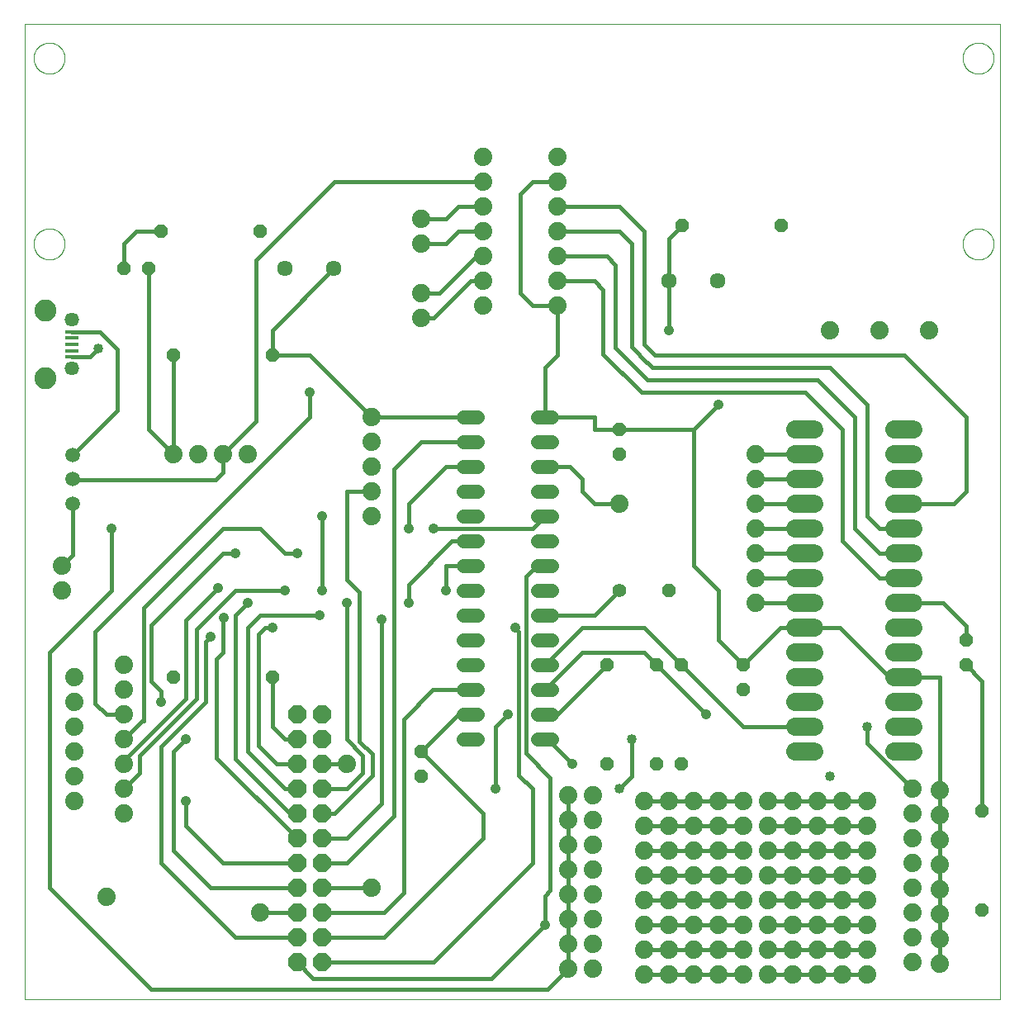
<source format=gtl>
G04 EAGLE Gerber RS-274X export*
G75*
%MOMM*%
%FSLAX34Y34*%
%LPD*%
%INTop Copper*%
%IPPOS*%
%AMOC8*
5,1,8,0,0,1.08239X$1,22.5*%
G01*
%ADD10C,0.000000*%
%ADD11C,1.879600*%
%ADD12P,1.539592X8X292.500000*%
%ADD13C,1.422400*%
%ADD14P,1.539592X8X22.500000*%
%ADD15P,1.539592X8X202.500000*%
%ADD16P,1.539592X8X112.500000*%
%ADD17P,2.034460X8X292.500000*%
%ADD18C,1.509600*%
%ADD19C,1.609600*%
%ADD20C,1.879600*%
%ADD21C,1.422400*%
%ADD22R,1.350000X0.400000*%
%ADD23C,1.459600*%
%ADD24C,2.250000*%
%ADD25C,1.016000*%
%ADD26C,0.406400*%
%ADD27C,1.058000*%


D10*
X0Y0D02*
X1000000Y0D01*
X1000000Y1000000D01*
X0Y1000000D01*
X0Y0D01*
X9525Y965200D02*
X9530Y965590D01*
X9544Y965979D01*
X9568Y966368D01*
X9601Y966756D01*
X9644Y967143D01*
X9697Y967529D01*
X9759Y967914D01*
X9830Y968297D01*
X9911Y968678D01*
X10001Y969057D01*
X10100Y969434D01*
X10209Y969808D01*
X10326Y970180D01*
X10453Y970548D01*
X10589Y970913D01*
X10733Y971275D01*
X10887Y971633D01*
X11049Y971987D01*
X11220Y972338D01*
X11399Y972683D01*
X11587Y973025D01*
X11784Y973361D01*
X11988Y973693D01*
X12200Y974020D01*
X12421Y974341D01*
X12649Y974657D01*
X12885Y974967D01*
X13128Y975271D01*
X13379Y975569D01*
X13637Y975861D01*
X13903Y976146D01*
X14175Y976425D01*
X14454Y976697D01*
X14739Y976963D01*
X15031Y977221D01*
X15329Y977472D01*
X15633Y977715D01*
X15943Y977951D01*
X16259Y978179D01*
X16580Y978400D01*
X16907Y978612D01*
X17239Y978816D01*
X17575Y979013D01*
X17917Y979201D01*
X18262Y979380D01*
X18613Y979551D01*
X18967Y979713D01*
X19325Y979867D01*
X19687Y980011D01*
X20052Y980147D01*
X20420Y980274D01*
X20792Y980391D01*
X21166Y980500D01*
X21543Y980599D01*
X21922Y980689D01*
X22303Y980770D01*
X22686Y980841D01*
X23071Y980903D01*
X23457Y980956D01*
X23844Y980999D01*
X24232Y981032D01*
X24621Y981056D01*
X25010Y981070D01*
X25400Y981075D01*
X25790Y981070D01*
X26179Y981056D01*
X26568Y981032D01*
X26956Y980999D01*
X27343Y980956D01*
X27729Y980903D01*
X28114Y980841D01*
X28497Y980770D01*
X28878Y980689D01*
X29257Y980599D01*
X29634Y980500D01*
X30008Y980391D01*
X30380Y980274D01*
X30748Y980147D01*
X31113Y980011D01*
X31475Y979867D01*
X31833Y979713D01*
X32187Y979551D01*
X32538Y979380D01*
X32883Y979201D01*
X33225Y979013D01*
X33561Y978816D01*
X33893Y978612D01*
X34220Y978400D01*
X34541Y978179D01*
X34857Y977951D01*
X35167Y977715D01*
X35471Y977472D01*
X35769Y977221D01*
X36061Y976963D01*
X36346Y976697D01*
X36625Y976425D01*
X36897Y976146D01*
X37163Y975861D01*
X37421Y975569D01*
X37672Y975271D01*
X37915Y974967D01*
X38151Y974657D01*
X38379Y974341D01*
X38600Y974020D01*
X38812Y973693D01*
X39016Y973361D01*
X39213Y973025D01*
X39401Y972683D01*
X39580Y972338D01*
X39751Y971987D01*
X39913Y971633D01*
X40067Y971275D01*
X40211Y970913D01*
X40347Y970548D01*
X40474Y970180D01*
X40591Y969808D01*
X40700Y969434D01*
X40799Y969057D01*
X40889Y968678D01*
X40970Y968297D01*
X41041Y967914D01*
X41103Y967529D01*
X41156Y967143D01*
X41199Y966756D01*
X41232Y966368D01*
X41256Y965979D01*
X41270Y965590D01*
X41275Y965200D01*
X41270Y964810D01*
X41256Y964421D01*
X41232Y964032D01*
X41199Y963644D01*
X41156Y963257D01*
X41103Y962871D01*
X41041Y962486D01*
X40970Y962103D01*
X40889Y961722D01*
X40799Y961343D01*
X40700Y960966D01*
X40591Y960592D01*
X40474Y960220D01*
X40347Y959852D01*
X40211Y959487D01*
X40067Y959125D01*
X39913Y958767D01*
X39751Y958413D01*
X39580Y958062D01*
X39401Y957717D01*
X39213Y957375D01*
X39016Y957039D01*
X38812Y956707D01*
X38600Y956380D01*
X38379Y956059D01*
X38151Y955743D01*
X37915Y955433D01*
X37672Y955129D01*
X37421Y954831D01*
X37163Y954539D01*
X36897Y954254D01*
X36625Y953975D01*
X36346Y953703D01*
X36061Y953437D01*
X35769Y953179D01*
X35471Y952928D01*
X35167Y952685D01*
X34857Y952449D01*
X34541Y952221D01*
X34220Y952000D01*
X33893Y951788D01*
X33561Y951584D01*
X33225Y951387D01*
X32883Y951199D01*
X32538Y951020D01*
X32187Y950849D01*
X31833Y950687D01*
X31475Y950533D01*
X31113Y950389D01*
X30748Y950253D01*
X30380Y950126D01*
X30008Y950009D01*
X29634Y949900D01*
X29257Y949801D01*
X28878Y949711D01*
X28497Y949630D01*
X28114Y949559D01*
X27729Y949497D01*
X27343Y949444D01*
X26956Y949401D01*
X26568Y949368D01*
X26179Y949344D01*
X25790Y949330D01*
X25400Y949325D01*
X25010Y949330D01*
X24621Y949344D01*
X24232Y949368D01*
X23844Y949401D01*
X23457Y949444D01*
X23071Y949497D01*
X22686Y949559D01*
X22303Y949630D01*
X21922Y949711D01*
X21543Y949801D01*
X21166Y949900D01*
X20792Y950009D01*
X20420Y950126D01*
X20052Y950253D01*
X19687Y950389D01*
X19325Y950533D01*
X18967Y950687D01*
X18613Y950849D01*
X18262Y951020D01*
X17917Y951199D01*
X17575Y951387D01*
X17239Y951584D01*
X16907Y951788D01*
X16580Y952000D01*
X16259Y952221D01*
X15943Y952449D01*
X15633Y952685D01*
X15329Y952928D01*
X15031Y953179D01*
X14739Y953437D01*
X14454Y953703D01*
X14175Y953975D01*
X13903Y954254D01*
X13637Y954539D01*
X13379Y954831D01*
X13128Y955129D01*
X12885Y955433D01*
X12649Y955743D01*
X12421Y956059D01*
X12200Y956380D01*
X11988Y956707D01*
X11784Y957039D01*
X11587Y957375D01*
X11399Y957717D01*
X11220Y958062D01*
X11049Y958413D01*
X10887Y958767D01*
X10733Y959125D01*
X10589Y959487D01*
X10453Y959852D01*
X10326Y960220D01*
X10209Y960592D01*
X10100Y960966D01*
X10001Y961343D01*
X9911Y961722D01*
X9830Y962103D01*
X9759Y962486D01*
X9697Y962871D01*
X9644Y963257D01*
X9601Y963644D01*
X9568Y964032D01*
X9544Y964421D01*
X9530Y964810D01*
X9525Y965200D01*
X9525Y774700D02*
X9530Y775090D01*
X9544Y775479D01*
X9568Y775868D01*
X9601Y776256D01*
X9644Y776643D01*
X9697Y777029D01*
X9759Y777414D01*
X9830Y777797D01*
X9911Y778178D01*
X10001Y778557D01*
X10100Y778934D01*
X10209Y779308D01*
X10326Y779680D01*
X10453Y780048D01*
X10589Y780413D01*
X10733Y780775D01*
X10887Y781133D01*
X11049Y781487D01*
X11220Y781838D01*
X11399Y782183D01*
X11587Y782525D01*
X11784Y782861D01*
X11988Y783193D01*
X12200Y783520D01*
X12421Y783841D01*
X12649Y784157D01*
X12885Y784467D01*
X13128Y784771D01*
X13379Y785069D01*
X13637Y785361D01*
X13903Y785646D01*
X14175Y785925D01*
X14454Y786197D01*
X14739Y786463D01*
X15031Y786721D01*
X15329Y786972D01*
X15633Y787215D01*
X15943Y787451D01*
X16259Y787679D01*
X16580Y787900D01*
X16907Y788112D01*
X17239Y788316D01*
X17575Y788513D01*
X17917Y788701D01*
X18262Y788880D01*
X18613Y789051D01*
X18967Y789213D01*
X19325Y789367D01*
X19687Y789511D01*
X20052Y789647D01*
X20420Y789774D01*
X20792Y789891D01*
X21166Y790000D01*
X21543Y790099D01*
X21922Y790189D01*
X22303Y790270D01*
X22686Y790341D01*
X23071Y790403D01*
X23457Y790456D01*
X23844Y790499D01*
X24232Y790532D01*
X24621Y790556D01*
X25010Y790570D01*
X25400Y790575D01*
X25790Y790570D01*
X26179Y790556D01*
X26568Y790532D01*
X26956Y790499D01*
X27343Y790456D01*
X27729Y790403D01*
X28114Y790341D01*
X28497Y790270D01*
X28878Y790189D01*
X29257Y790099D01*
X29634Y790000D01*
X30008Y789891D01*
X30380Y789774D01*
X30748Y789647D01*
X31113Y789511D01*
X31475Y789367D01*
X31833Y789213D01*
X32187Y789051D01*
X32538Y788880D01*
X32883Y788701D01*
X33225Y788513D01*
X33561Y788316D01*
X33893Y788112D01*
X34220Y787900D01*
X34541Y787679D01*
X34857Y787451D01*
X35167Y787215D01*
X35471Y786972D01*
X35769Y786721D01*
X36061Y786463D01*
X36346Y786197D01*
X36625Y785925D01*
X36897Y785646D01*
X37163Y785361D01*
X37421Y785069D01*
X37672Y784771D01*
X37915Y784467D01*
X38151Y784157D01*
X38379Y783841D01*
X38600Y783520D01*
X38812Y783193D01*
X39016Y782861D01*
X39213Y782525D01*
X39401Y782183D01*
X39580Y781838D01*
X39751Y781487D01*
X39913Y781133D01*
X40067Y780775D01*
X40211Y780413D01*
X40347Y780048D01*
X40474Y779680D01*
X40591Y779308D01*
X40700Y778934D01*
X40799Y778557D01*
X40889Y778178D01*
X40970Y777797D01*
X41041Y777414D01*
X41103Y777029D01*
X41156Y776643D01*
X41199Y776256D01*
X41232Y775868D01*
X41256Y775479D01*
X41270Y775090D01*
X41275Y774700D01*
X41270Y774310D01*
X41256Y773921D01*
X41232Y773532D01*
X41199Y773144D01*
X41156Y772757D01*
X41103Y772371D01*
X41041Y771986D01*
X40970Y771603D01*
X40889Y771222D01*
X40799Y770843D01*
X40700Y770466D01*
X40591Y770092D01*
X40474Y769720D01*
X40347Y769352D01*
X40211Y768987D01*
X40067Y768625D01*
X39913Y768267D01*
X39751Y767913D01*
X39580Y767562D01*
X39401Y767217D01*
X39213Y766875D01*
X39016Y766539D01*
X38812Y766207D01*
X38600Y765880D01*
X38379Y765559D01*
X38151Y765243D01*
X37915Y764933D01*
X37672Y764629D01*
X37421Y764331D01*
X37163Y764039D01*
X36897Y763754D01*
X36625Y763475D01*
X36346Y763203D01*
X36061Y762937D01*
X35769Y762679D01*
X35471Y762428D01*
X35167Y762185D01*
X34857Y761949D01*
X34541Y761721D01*
X34220Y761500D01*
X33893Y761288D01*
X33561Y761084D01*
X33225Y760887D01*
X32883Y760699D01*
X32538Y760520D01*
X32187Y760349D01*
X31833Y760187D01*
X31475Y760033D01*
X31113Y759889D01*
X30748Y759753D01*
X30380Y759626D01*
X30008Y759509D01*
X29634Y759400D01*
X29257Y759301D01*
X28878Y759211D01*
X28497Y759130D01*
X28114Y759059D01*
X27729Y758997D01*
X27343Y758944D01*
X26956Y758901D01*
X26568Y758868D01*
X26179Y758844D01*
X25790Y758830D01*
X25400Y758825D01*
X25010Y758830D01*
X24621Y758844D01*
X24232Y758868D01*
X23844Y758901D01*
X23457Y758944D01*
X23071Y758997D01*
X22686Y759059D01*
X22303Y759130D01*
X21922Y759211D01*
X21543Y759301D01*
X21166Y759400D01*
X20792Y759509D01*
X20420Y759626D01*
X20052Y759753D01*
X19687Y759889D01*
X19325Y760033D01*
X18967Y760187D01*
X18613Y760349D01*
X18262Y760520D01*
X17917Y760699D01*
X17575Y760887D01*
X17239Y761084D01*
X16907Y761288D01*
X16580Y761500D01*
X16259Y761721D01*
X15943Y761949D01*
X15633Y762185D01*
X15329Y762428D01*
X15031Y762679D01*
X14739Y762937D01*
X14454Y763203D01*
X14175Y763475D01*
X13903Y763754D01*
X13637Y764039D01*
X13379Y764331D01*
X13128Y764629D01*
X12885Y764933D01*
X12649Y765243D01*
X12421Y765559D01*
X12200Y765880D01*
X11988Y766207D01*
X11784Y766539D01*
X11587Y766875D01*
X11399Y767217D01*
X11220Y767562D01*
X11049Y767913D01*
X10887Y768267D01*
X10733Y768625D01*
X10589Y768987D01*
X10453Y769352D01*
X10326Y769720D01*
X10209Y770092D01*
X10100Y770466D01*
X10001Y770843D01*
X9911Y771222D01*
X9830Y771603D01*
X9759Y771986D01*
X9697Y772371D01*
X9644Y772757D01*
X9601Y773144D01*
X9568Y773532D01*
X9544Y773921D01*
X9530Y774310D01*
X9525Y774700D01*
X962025Y774700D02*
X962030Y775090D01*
X962044Y775479D01*
X962068Y775868D01*
X962101Y776256D01*
X962144Y776643D01*
X962197Y777029D01*
X962259Y777414D01*
X962330Y777797D01*
X962411Y778178D01*
X962501Y778557D01*
X962600Y778934D01*
X962709Y779308D01*
X962826Y779680D01*
X962953Y780048D01*
X963089Y780413D01*
X963233Y780775D01*
X963387Y781133D01*
X963549Y781487D01*
X963720Y781838D01*
X963899Y782183D01*
X964087Y782525D01*
X964284Y782861D01*
X964488Y783193D01*
X964700Y783520D01*
X964921Y783841D01*
X965149Y784157D01*
X965385Y784467D01*
X965628Y784771D01*
X965879Y785069D01*
X966137Y785361D01*
X966403Y785646D01*
X966675Y785925D01*
X966954Y786197D01*
X967239Y786463D01*
X967531Y786721D01*
X967829Y786972D01*
X968133Y787215D01*
X968443Y787451D01*
X968759Y787679D01*
X969080Y787900D01*
X969407Y788112D01*
X969739Y788316D01*
X970075Y788513D01*
X970417Y788701D01*
X970762Y788880D01*
X971113Y789051D01*
X971467Y789213D01*
X971825Y789367D01*
X972187Y789511D01*
X972552Y789647D01*
X972920Y789774D01*
X973292Y789891D01*
X973666Y790000D01*
X974043Y790099D01*
X974422Y790189D01*
X974803Y790270D01*
X975186Y790341D01*
X975571Y790403D01*
X975957Y790456D01*
X976344Y790499D01*
X976732Y790532D01*
X977121Y790556D01*
X977510Y790570D01*
X977900Y790575D01*
X978290Y790570D01*
X978679Y790556D01*
X979068Y790532D01*
X979456Y790499D01*
X979843Y790456D01*
X980229Y790403D01*
X980614Y790341D01*
X980997Y790270D01*
X981378Y790189D01*
X981757Y790099D01*
X982134Y790000D01*
X982508Y789891D01*
X982880Y789774D01*
X983248Y789647D01*
X983613Y789511D01*
X983975Y789367D01*
X984333Y789213D01*
X984687Y789051D01*
X985038Y788880D01*
X985383Y788701D01*
X985725Y788513D01*
X986061Y788316D01*
X986393Y788112D01*
X986720Y787900D01*
X987041Y787679D01*
X987357Y787451D01*
X987667Y787215D01*
X987971Y786972D01*
X988269Y786721D01*
X988561Y786463D01*
X988846Y786197D01*
X989125Y785925D01*
X989397Y785646D01*
X989663Y785361D01*
X989921Y785069D01*
X990172Y784771D01*
X990415Y784467D01*
X990651Y784157D01*
X990879Y783841D01*
X991100Y783520D01*
X991312Y783193D01*
X991516Y782861D01*
X991713Y782525D01*
X991901Y782183D01*
X992080Y781838D01*
X992251Y781487D01*
X992413Y781133D01*
X992567Y780775D01*
X992711Y780413D01*
X992847Y780048D01*
X992974Y779680D01*
X993091Y779308D01*
X993200Y778934D01*
X993299Y778557D01*
X993389Y778178D01*
X993470Y777797D01*
X993541Y777414D01*
X993603Y777029D01*
X993656Y776643D01*
X993699Y776256D01*
X993732Y775868D01*
X993756Y775479D01*
X993770Y775090D01*
X993775Y774700D01*
X993770Y774310D01*
X993756Y773921D01*
X993732Y773532D01*
X993699Y773144D01*
X993656Y772757D01*
X993603Y772371D01*
X993541Y771986D01*
X993470Y771603D01*
X993389Y771222D01*
X993299Y770843D01*
X993200Y770466D01*
X993091Y770092D01*
X992974Y769720D01*
X992847Y769352D01*
X992711Y768987D01*
X992567Y768625D01*
X992413Y768267D01*
X992251Y767913D01*
X992080Y767562D01*
X991901Y767217D01*
X991713Y766875D01*
X991516Y766539D01*
X991312Y766207D01*
X991100Y765880D01*
X990879Y765559D01*
X990651Y765243D01*
X990415Y764933D01*
X990172Y764629D01*
X989921Y764331D01*
X989663Y764039D01*
X989397Y763754D01*
X989125Y763475D01*
X988846Y763203D01*
X988561Y762937D01*
X988269Y762679D01*
X987971Y762428D01*
X987667Y762185D01*
X987357Y761949D01*
X987041Y761721D01*
X986720Y761500D01*
X986393Y761288D01*
X986061Y761084D01*
X985725Y760887D01*
X985383Y760699D01*
X985038Y760520D01*
X984687Y760349D01*
X984333Y760187D01*
X983975Y760033D01*
X983613Y759889D01*
X983248Y759753D01*
X982880Y759626D01*
X982508Y759509D01*
X982134Y759400D01*
X981757Y759301D01*
X981378Y759211D01*
X980997Y759130D01*
X980614Y759059D01*
X980229Y758997D01*
X979843Y758944D01*
X979456Y758901D01*
X979068Y758868D01*
X978679Y758844D01*
X978290Y758830D01*
X977900Y758825D01*
X977510Y758830D01*
X977121Y758844D01*
X976732Y758868D01*
X976344Y758901D01*
X975957Y758944D01*
X975571Y758997D01*
X975186Y759059D01*
X974803Y759130D01*
X974422Y759211D01*
X974043Y759301D01*
X973666Y759400D01*
X973292Y759509D01*
X972920Y759626D01*
X972552Y759753D01*
X972187Y759889D01*
X971825Y760033D01*
X971467Y760187D01*
X971113Y760349D01*
X970762Y760520D01*
X970417Y760699D01*
X970075Y760887D01*
X969739Y761084D01*
X969407Y761288D01*
X969080Y761500D01*
X968759Y761721D01*
X968443Y761949D01*
X968133Y762185D01*
X967829Y762428D01*
X967531Y762679D01*
X967239Y762937D01*
X966954Y763203D01*
X966675Y763475D01*
X966403Y763754D01*
X966137Y764039D01*
X965879Y764331D01*
X965628Y764629D01*
X965385Y764933D01*
X965149Y765243D01*
X964921Y765559D01*
X964700Y765880D01*
X964488Y766207D01*
X964284Y766539D01*
X964087Y766875D01*
X963899Y767217D01*
X963720Y767562D01*
X963549Y767913D01*
X963387Y768267D01*
X963233Y768625D01*
X963089Y768987D01*
X962953Y769352D01*
X962826Y769720D01*
X962709Y770092D01*
X962600Y770466D01*
X962501Y770843D01*
X962411Y771222D01*
X962330Y771603D01*
X962259Y771986D01*
X962197Y772371D01*
X962144Y772757D01*
X962101Y773144D01*
X962068Y773532D01*
X962044Y773921D01*
X962030Y774310D01*
X962025Y774700D01*
X962025Y965200D02*
X962030Y965590D01*
X962044Y965979D01*
X962068Y966368D01*
X962101Y966756D01*
X962144Y967143D01*
X962197Y967529D01*
X962259Y967914D01*
X962330Y968297D01*
X962411Y968678D01*
X962501Y969057D01*
X962600Y969434D01*
X962709Y969808D01*
X962826Y970180D01*
X962953Y970548D01*
X963089Y970913D01*
X963233Y971275D01*
X963387Y971633D01*
X963549Y971987D01*
X963720Y972338D01*
X963899Y972683D01*
X964087Y973025D01*
X964284Y973361D01*
X964488Y973693D01*
X964700Y974020D01*
X964921Y974341D01*
X965149Y974657D01*
X965385Y974967D01*
X965628Y975271D01*
X965879Y975569D01*
X966137Y975861D01*
X966403Y976146D01*
X966675Y976425D01*
X966954Y976697D01*
X967239Y976963D01*
X967531Y977221D01*
X967829Y977472D01*
X968133Y977715D01*
X968443Y977951D01*
X968759Y978179D01*
X969080Y978400D01*
X969407Y978612D01*
X969739Y978816D01*
X970075Y979013D01*
X970417Y979201D01*
X970762Y979380D01*
X971113Y979551D01*
X971467Y979713D01*
X971825Y979867D01*
X972187Y980011D01*
X972552Y980147D01*
X972920Y980274D01*
X973292Y980391D01*
X973666Y980500D01*
X974043Y980599D01*
X974422Y980689D01*
X974803Y980770D01*
X975186Y980841D01*
X975571Y980903D01*
X975957Y980956D01*
X976344Y980999D01*
X976732Y981032D01*
X977121Y981056D01*
X977510Y981070D01*
X977900Y981075D01*
X978290Y981070D01*
X978679Y981056D01*
X979068Y981032D01*
X979456Y980999D01*
X979843Y980956D01*
X980229Y980903D01*
X980614Y980841D01*
X980997Y980770D01*
X981378Y980689D01*
X981757Y980599D01*
X982134Y980500D01*
X982508Y980391D01*
X982880Y980274D01*
X983248Y980147D01*
X983613Y980011D01*
X983975Y979867D01*
X984333Y979713D01*
X984687Y979551D01*
X985038Y979380D01*
X985383Y979201D01*
X985725Y979013D01*
X986061Y978816D01*
X986393Y978612D01*
X986720Y978400D01*
X987041Y978179D01*
X987357Y977951D01*
X987667Y977715D01*
X987971Y977472D01*
X988269Y977221D01*
X988561Y976963D01*
X988846Y976697D01*
X989125Y976425D01*
X989397Y976146D01*
X989663Y975861D01*
X989921Y975569D01*
X990172Y975271D01*
X990415Y974967D01*
X990651Y974657D01*
X990879Y974341D01*
X991100Y974020D01*
X991312Y973693D01*
X991516Y973361D01*
X991713Y973025D01*
X991901Y972683D01*
X992080Y972338D01*
X992251Y971987D01*
X992413Y971633D01*
X992567Y971275D01*
X992711Y970913D01*
X992847Y970548D01*
X992974Y970180D01*
X993091Y969808D01*
X993200Y969434D01*
X993299Y969057D01*
X993389Y968678D01*
X993470Y968297D01*
X993541Y967914D01*
X993603Y967529D01*
X993656Y967143D01*
X993699Y966756D01*
X993732Y966368D01*
X993756Y965979D01*
X993770Y965590D01*
X993775Y965200D01*
X993770Y964810D01*
X993756Y964421D01*
X993732Y964032D01*
X993699Y963644D01*
X993656Y963257D01*
X993603Y962871D01*
X993541Y962486D01*
X993470Y962103D01*
X993389Y961722D01*
X993299Y961343D01*
X993200Y960966D01*
X993091Y960592D01*
X992974Y960220D01*
X992847Y959852D01*
X992711Y959487D01*
X992567Y959125D01*
X992413Y958767D01*
X992251Y958413D01*
X992080Y958062D01*
X991901Y957717D01*
X991713Y957375D01*
X991516Y957039D01*
X991312Y956707D01*
X991100Y956380D01*
X990879Y956059D01*
X990651Y955743D01*
X990415Y955433D01*
X990172Y955129D01*
X989921Y954831D01*
X989663Y954539D01*
X989397Y954254D01*
X989125Y953975D01*
X988846Y953703D01*
X988561Y953437D01*
X988269Y953179D01*
X987971Y952928D01*
X987667Y952685D01*
X987357Y952449D01*
X987041Y952221D01*
X986720Y952000D01*
X986393Y951788D01*
X986061Y951584D01*
X985725Y951387D01*
X985383Y951199D01*
X985038Y951020D01*
X984687Y950849D01*
X984333Y950687D01*
X983975Y950533D01*
X983613Y950389D01*
X983248Y950253D01*
X982880Y950126D01*
X982508Y950009D01*
X982134Y949900D01*
X981757Y949801D01*
X981378Y949711D01*
X980997Y949630D01*
X980614Y949559D01*
X980229Y949497D01*
X979843Y949444D01*
X979456Y949401D01*
X979068Y949368D01*
X978679Y949344D01*
X978290Y949330D01*
X977900Y949325D01*
X977510Y949330D01*
X977121Y949344D01*
X976732Y949368D01*
X976344Y949401D01*
X975957Y949444D01*
X975571Y949497D01*
X975186Y949559D01*
X974803Y949630D01*
X974422Y949711D01*
X974043Y949801D01*
X973666Y949900D01*
X973292Y950009D01*
X972920Y950126D01*
X972552Y950253D01*
X972187Y950389D01*
X971825Y950533D01*
X971467Y950687D01*
X971113Y950849D01*
X970762Y951020D01*
X970417Y951199D01*
X970075Y951387D01*
X969739Y951584D01*
X969407Y951788D01*
X969080Y952000D01*
X968759Y952221D01*
X968443Y952449D01*
X968133Y952685D01*
X967829Y952928D01*
X967531Y953179D01*
X967239Y953437D01*
X966954Y953703D01*
X966675Y953975D01*
X966403Y954254D01*
X966137Y954539D01*
X965879Y954831D01*
X965628Y955129D01*
X965385Y955433D01*
X965149Y955743D01*
X964921Y956059D01*
X964700Y956380D01*
X964488Y956707D01*
X964284Y957039D01*
X964087Y957375D01*
X963899Y957717D01*
X963720Y958062D01*
X963549Y958413D01*
X963387Y958767D01*
X963233Y959125D01*
X963089Y959487D01*
X962953Y959852D01*
X962826Y960220D01*
X962709Y960592D01*
X962600Y960966D01*
X962501Y961343D01*
X962411Y961722D01*
X962330Y962103D01*
X962259Y962486D01*
X962197Y962871D01*
X962144Y963257D01*
X962101Y963644D01*
X962068Y964032D01*
X962044Y964421D01*
X962030Y964810D01*
X962025Y965200D01*
D11*
X38100Y419100D03*
X38100Y444500D03*
D12*
X609600Y584200D03*
X609600Y558800D03*
X406400Y254000D03*
X406400Y228600D03*
D13*
X609600Y419100D03*
D14*
X660400Y419100D03*
D12*
X736600Y342900D03*
X736600Y317500D03*
D11*
X406400Y698500D03*
X406400Y723900D03*
X749300Y457200D03*
X749300Y431800D03*
X749300Y406400D03*
X927100Y685800D03*
X876300Y685800D03*
X825500Y685800D03*
X406400Y774700D03*
X406400Y800100D03*
X330200Y241300D03*
X355600Y114300D03*
X241300Y88900D03*
X749300Y558800D03*
X749300Y533400D03*
X749300Y508000D03*
X749300Y482600D03*
D15*
X127000Y749300D03*
X101600Y749300D03*
D12*
X965200Y368300D03*
X965200Y342900D03*
D15*
X241300Y787400D03*
X139700Y787400D03*
X254000Y660400D03*
X152400Y660400D03*
D12*
X647700Y342900D03*
X647700Y241300D03*
X673100Y342900D03*
X673100Y241300D03*
D16*
X981710Y91440D03*
X981710Y193040D03*
D14*
X674370Y793750D03*
X775970Y793750D03*
D12*
X596900Y342900D03*
X596900Y241300D03*
D11*
X546100Y863600D03*
X546100Y838200D03*
X546100Y812800D03*
X546100Y787400D03*
X546100Y762000D03*
X546100Y736600D03*
X546100Y711200D03*
X469900Y711200D03*
X469900Y736600D03*
X469900Y762000D03*
X469900Y787400D03*
X469900Y812800D03*
X469900Y838200D03*
X469900Y863600D03*
D17*
X279400Y292100D03*
X304800Y292100D03*
X279400Y266700D03*
X304800Y266700D03*
X279400Y241300D03*
X304800Y241300D03*
X279400Y215900D03*
X304800Y215900D03*
X279400Y190500D03*
X304800Y190500D03*
X279400Y165100D03*
X304800Y165100D03*
X279400Y139700D03*
X304800Y139700D03*
X279400Y114300D03*
X304800Y114300D03*
X279400Y88900D03*
X304800Y88900D03*
X279400Y63500D03*
X304800Y63500D03*
X279400Y38100D03*
X304800Y38100D03*
D18*
X49530Y558400D03*
X49530Y533400D03*
X49530Y508400D03*
D11*
X152400Y558800D03*
X177800Y558800D03*
X203200Y558800D03*
X228600Y558800D03*
X355600Y596900D03*
X355600Y571500D03*
X355600Y546100D03*
X355600Y520700D03*
X355600Y495300D03*
D19*
X267100Y749300D03*
X317100Y749300D03*
D11*
X50800Y330200D03*
X50800Y304800D03*
X50800Y279400D03*
X50800Y254000D03*
X50800Y228600D03*
X50800Y203200D03*
X101600Y342900D03*
X101600Y317500D03*
X101600Y292100D03*
X101600Y266700D03*
X101600Y241300D03*
X101600Y215900D03*
X101600Y190500D03*
D20*
X790702Y584200D02*
X809498Y584200D01*
X809498Y558800D02*
X790702Y558800D01*
X790702Y533400D02*
X809498Y533400D01*
X809498Y508000D02*
X790702Y508000D01*
X790702Y482600D02*
X809498Y482600D01*
X809498Y457200D02*
X790702Y457200D01*
X790702Y431800D02*
X809498Y431800D01*
X809498Y406400D02*
X790702Y406400D01*
X790702Y381000D02*
X809498Y381000D01*
X809498Y355600D02*
X790702Y355600D01*
X790702Y330200D02*
X809498Y330200D01*
X809498Y304800D02*
X790702Y304800D01*
X790702Y279400D02*
X809498Y279400D01*
X809498Y254000D02*
X790702Y254000D01*
X892302Y254000D02*
X911098Y254000D01*
X911098Y279400D02*
X892302Y279400D01*
X892302Y304800D02*
X911098Y304800D01*
X911098Y330200D02*
X892302Y330200D01*
X892302Y355600D02*
X911098Y355600D01*
X911098Y381000D02*
X892302Y381000D01*
X892302Y406400D02*
X911098Y406400D01*
X911098Y431800D02*
X892302Y431800D01*
X892302Y457200D02*
X911098Y457200D01*
X911098Y482600D02*
X892302Y482600D01*
X892302Y508000D02*
X911098Y508000D01*
X911098Y533400D02*
X892302Y533400D01*
X892302Y558800D02*
X911098Y558800D01*
X911098Y584200D02*
X892302Y584200D01*
D19*
X710800Y736600D03*
X660800Y736600D03*
D21*
X464312Y596900D02*
X450088Y596900D01*
X450088Y571500D02*
X464312Y571500D01*
X464312Y546100D02*
X450088Y546100D01*
X450088Y520700D02*
X464312Y520700D01*
X464312Y495300D02*
X450088Y495300D01*
X450088Y469900D02*
X464312Y469900D01*
X464312Y444500D02*
X450088Y444500D01*
X450088Y419100D02*
X464312Y419100D01*
X464312Y393700D02*
X450088Y393700D01*
X450088Y368300D02*
X464312Y368300D01*
X464312Y342900D02*
X450088Y342900D01*
X450088Y317500D02*
X464312Y317500D01*
X464312Y292100D02*
X450088Y292100D01*
X450088Y266700D02*
X464312Y266700D01*
X526288Y266700D02*
X540512Y266700D01*
X540512Y292100D02*
X526288Y292100D01*
X526288Y317500D02*
X540512Y317500D01*
X540512Y342900D02*
X526288Y342900D01*
X526288Y368300D02*
X540512Y368300D01*
X540512Y393700D02*
X526288Y393700D01*
X526288Y419100D02*
X540512Y419100D01*
X540512Y444500D02*
X526288Y444500D01*
X526288Y469900D02*
X540512Y469900D01*
X540512Y495300D02*
X526288Y495300D01*
X526288Y520700D02*
X540512Y520700D01*
X540512Y546100D02*
X526288Y546100D01*
X526288Y571500D02*
X540512Y571500D01*
X540512Y596900D02*
X526288Y596900D01*
D15*
X254000Y330200D03*
X152400Y330200D03*
D11*
X635000Y203200D03*
X635000Y177800D03*
X635000Y152400D03*
X635000Y127000D03*
X635000Y101600D03*
X635000Y76200D03*
X635000Y50800D03*
X635000Y25400D03*
X660400Y203200D03*
X660400Y177800D03*
X660400Y152400D03*
X660400Y127000D03*
X660400Y101600D03*
X660400Y76200D03*
X660400Y50800D03*
X660400Y25400D03*
X685800Y203200D03*
X685800Y177800D03*
X685800Y152400D03*
X685800Y127000D03*
X685800Y101600D03*
X685800Y76200D03*
X685800Y50800D03*
X685800Y25400D03*
X711200Y203200D03*
X711200Y177800D03*
X711200Y152400D03*
X711200Y127000D03*
X711200Y101600D03*
X711200Y76200D03*
X711200Y50800D03*
X711200Y25400D03*
X736600Y203200D03*
X736600Y177800D03*
X736600Y152400D03*
X736600Y127000D03*
X736600Y101600D03*
X736600Y76200D03*
X736600Y50800D03*
X736600Y25400D03*
X762000Y203200D03*
X762000Y177800D03*
X762000Y152400D03*
X762000Y127000D03*
X762000Y101600D03*
X762000Y76200D03*
X762000Y50800D03*
X762000Y25400D03*
X787400Y203200D03*
X787400Y177800D03*
X787400Y152400D03*
X787400Y127000D03*
X787400Y101600D03*
X787400Y76200D03*
X787400Y50800D03*
X787400Y25400D03*
X812800Y203200D03*
X812800Y177800D03*
X812800Y152400D03*
X812800Y127000D03*
X812800Y101600D03*
X812800Y76200D03*
X812800Y50800D03*
X812800Y25400D03*
X838200Y203200D03*
X838200Y177800D03*
X838200Y152400D03*
X838200Y127000D03*
X838200Y101600D03*
X838200Y76200D03*
X838200Y50800D03*
X838200Y25400D03*
X863600Y203200D03*
X863600Y177800D03*
X863600Y152400D03*
X863600Y127000D03*
X863600Y101600D03*
X863600Y76200D03*
X863600Y50800D03*
X863600Y25400D03*
X938530Y36830D03*
X938530Y62230D03*
X938530Y87630D03*
X938530Y113030D03*
X938530Y138430D03*
X938530Y163830D03*
X938530Y189230D03*
X938530Y214630D03*
X910590Y215900D03*
X910590Y190500D03*
X910590Y165100D03*
X910590Y139700D03*
X910590Y114300D03*
X910590Y88900D03*
X910590Y63500D03*
X910590Y38100D03*
X557530Y209550D03*
X557530Y184150D03*
X557530Y158750D03*
X557530Y133350D03*
X557530Y107950D03*
X557530Y82550D03*
X557530Y57150D03*
X557530Y31750D03*
X582930Y209550D03*
X582930Y184150D03*
X582930Y158750D03*
X582930Y133350D03*
X582930Y107950D03*
X582930Y82550D03*
X582930Y57150D03*
X582930Y31750D03*
D22*
X48590Y684830D03*
X48590Y678330D03*
X48590Y671830D03*
X48590Y665330D03*
X48590Y658830D03*
D23*
X48590Y696830D03*
D24*
X21590Y706830D03*
X21590Y636830D03*
D23*
X48590Y646830D03*
D11*
X83820Y105410D03*
X609600Y508000D03*
D25*
X609600Y215900D03*
D26*
X622300Y228600D01*
D25*
X622300Y266700D03*
D26*
X622300Y228600D01*
X863600Y262890D02*
X910590Y215900D01*
X863600Y262890D02*
X863600Y279400D01*
D25*
X863600Y279400D03*
X75565Y667385D03*
D26*
X67010Y658830D01*
X48590Y658830D01*
X95250Y604120D02*
X49530Y558400D01*
X95250Y604120D02*
X95250Y666750D01*
X77170Y684830D01*
X48590Y684830D01*
X49530Y508400D02*
X49530Y455930D01*
X38100Y444500D01*
X203200Y540480D02*
X203200Y558800D01*
X203200Y540480D02*
X195866Y533146D01*
X49784Y533146D02*
X49530Y533400D01*
X49784Y533146D02*
X195866Y533146D01*
X203200Y558800D02*
X237490Y593090D01*
X237490Y757772D01*
X317918Y838200D01*
D27*
X88900Y482600D03*
D26*
X88900Y419100D01*
X25400Y355600D01*
X25400Y114300D01*
X129540Y10160D01*
X535940Y10160D01*
X557530Y31750D01*
X557530Y184150D02*
X557530Y209550D01*
X557530Y184150D02*
X557530Y158750D01*
X557530Y133350D01*
X557530Y107950D01*
X557530Y82550D01*
X557530Y57150D01*
X557530Y31750D01*
X469900Y838200D02*
X317918Y838200D01*
X127000Y584200D02*
X152400Y558800D01*
X127000Y584200D02*
X127000Y749300D01*
X152400Y660400D02*
X152400Y558800D01*
X533400Y596900D02*
X584200Y596900D01*
X584200Y584200D02*
X609600Y584200D01*
X533400Y596900D02*
X533400Y647700D01*
X546100Y660400D01*
X546100Y711200D01*
X584200Y596900D02*
X584200Y584200D01*
X685800Y584200D02*
X685800Y444500D01*
X711200Y419100D02*
X711200Y368300D01*
X736600Y342900D01*
X711200Y419100D02*
X685800Y444500D01*
X774700Y381000D02*
X736600Y342900D01*
X774700Y381000D02*
X800100Y381000D01*
X886682Y330200D02*
X901700Y330200D01*
X886682Y330200D02*
X835882Y381000D01*
X800100Y381000D01*
X685800Y584200D02*
X711200Y609600D01*
D27*
X711200Y609600D03*
D26*
X685800Y584200D02*
X609600Y584200D01*
X368300Y63500D02*
X304800Y63500D01*
X368300Y63500D02*
X469900Y165100D01*
X469900Y190500D02*
X406400Y254000D01*
X469900Y190500D02*
X469900Y165100D01*
X406400Y254000D02*
X444500Y292100D01*
X457200Y292100D01*
X152400Y254000D02*
X152400Y152400D01*
X190500Y114300D02*
X279400Y114300D01*
X190500Y114300D02*
X152400Y152400D01*
X152400Y254000D02*
X165100Y266700D01*
D27*
X165100Y266700D03*
D25*
X825500Y228600D03*
D26*
X938530Y62230D02*
X938530Y36830D01*
X938530Y62230D02*
X938530Y87630D01*
X938530Y113030D01*
X938530Y138430D01*
X938530Y163830D01*
X938530Y189230D01*
X938530Y214630D01*
X938530Y330200D02*
X901700Y330200D01*
X938530Y330200D02*
X938530Y214630D01*
X546100Y711200D02*
X520700Y711200D01*
X508000Y723900D01*
X508000Y825500D02*
X520700Y838200D01*
X546100Y838200D01*
X508000Y825500D02*
X508000Y723900D01*
X101600Y749300D02*
X101600Y774700D01*
X114300Y787400D01*
X139700Y787400D01*
X254000Y660400D02*
X292100Y660400D01*
X355600Y596900D01*
X457200Y596900D01*
X254000Y660400D02*
X254000Y686200D01*
X317100Y749300D01*
X533400Y393700D02*
X584200Y393700D01*
X609600Y419100D01*
X120650Y285750D02*
X101600Y266700D01*
X120650Y285750D02*
X121920Y285750D01*
X121920Y401320D01*
X203200Y482600D01*
X241300Y482600D01*
X266700Y457200D02*
X279400Y457200D01*
D27*
X279400Y457200D03*
X419100Y482600D03*
D26*
X520700Y482600D02*
X533400Y495300D01*
X266700Y457200D02*
X241300Y482600D01*
X419100Y482600D02*
X520700Y482600D01*
X101600Y245110D02*
X101600Y241300D01*
X101600Y245110D02*
X165100Y308610D01*
X165100Y388620D01*
X198120Y421640D01*
D27*
X198120Y421640D03*
D26*
X533400Y546100D02*
X558800Y546100D01*
X571500Y533400D01*
X571500Y520700D01*
X584200Y508000D01*
X609600Y508000D01*
X101600Y292100D02*
X83820Y292100D01*
X72390Y303530D01*
X72390Y377190D02*
X292100Y596900D01*
X292100Y622300D01*
D27*
X292100Y622300D03*
D26*
X72390Y377190D02*
X72390Y303530D01*
X118110Y250190D02*
X176530Y308610D01*
X118110Y232410D02*
X101600Y215900D01*
X118110Y232410D02*
X118110Y250190D01*
X176530Y308610D02*
X176530Y379730D01*
X215900Y419100D01*
X266700Y419100D01*
D27*
X266700Y419100D03*
D26*
X533400Y317500D02*
X571500Y355600D01*
X635000Y355600D02*
X647700Y342900D01*
X635000Y355600D02*
X571500Y355600D01*
X647700Y342900D02*
X698500Y292100D01*
D27*
X698500Y292100D03*
D26*
X571500Y381000D02*
X533400Y342900D01*
X571500Y381000D02*
X635000Y381000D01*
X673100Y342900D01*
X736600Y279400D02*
X800100Y279400D01*
X736600Y279400D02*
X673100Y342900D01*
X901700Y406400D02*
X939292Y406400D01*
X939546Y406654D01*
X941864Y406654D01*
X965200Y383318D01*
X965200Y368300D01*
X965200Y342900D02*
X981710Y326390D01*
X981710Y193040D01*
X660800Y780180D02*
X674370Y793750D01*
X660800Y780180D02*
X660800Y736600D01*
D27*
X660400Y685800D03*
D26*
X660400Y711200D01*
X660800Y711600D02*
X660800Y736600D01*
X660800Y711600D02*
X660400Y711200D01*
X901700Y508000D02*
X952500Y508000D01*
X965200Y520700D01*
X965200Y596900D01*
X901700Y660400D02*
X646430Y660400D01*
X901700Y660400D02*
X965200Y596900D01*
X635000Y671830D02*
X635000Y787400D01*
X609600Y812800D01*
X546100Y812800D01*
X635000Y671830D02*
X646430Y660400D01*
X876300Y482600D02*
X901700Y482600D01*
X876300Y482600D02*
X863600Y495300D01*
X863600Y609600D02*
X825500Y647700D01*
X643890Y647700D02*
X633095Y658495D01*
X629412Y662178D01*
X863600Y609600D02*
X863600Y495300D01*
X825500Y647700D02*
X643890Y647700D01*
X629412Y662178D02*
X622300Y669290D01*
X622300Y774700D02*
X609600Y787400D01*
X546100Y787400D01*
X622300Y774700D02*
X622300Y669290D01*
X876300Y457200D02*
X901700Y457200D01*
X850900Y482600D02*
X850900Y596900D01*
X812800Y635000D01*
X638810Y635000D01*
X850900Y482600D02*
X876300Y457200D01*
X638810Y635000D02*
X605790Y668020D01*
X605790Y753110D02*
X596900Y762000D01*
X546100Y762000D01*
X605790Y753110D02*
X605790Y668020D01*
X876300Y431800D02*
X901700Y431800D01*
X876300Y431800D02*
X838200Y469900D01*
X838200Y584200D01*
X800100Y622300D01*
X632460Y622300D01*
X593090Y727710D02*
X584200Y736600D01*
X546100Y736600D01*
X593090Y661670D02*
X632460Y622300D01*
X593090Y661670D02*
X593090Y727710D01*
X431800Y800100D02*
X406400Y800100D01*
X431800Y800100D02*
X444500Y812800D01*
X469900Y812800D01*
X431800Y774700D02*
X406400Y774700D01*
X431800Y774700D02*
X444500Y787400D01*
X469900Y787400D01*
X425450Y723900D02*
X406400Y723900D01*
X425450Y723900D02*
X463550Y762000D01*
X469900Y762000D01*
X469900Y736600D02*
X457200Y736600D01*
X419100Y698500D01*
X406400Y698500D01*
X596900Y342900D02*
X546100Y292100D01*
X533400Y292100D01*
D27*
X482600Y215900D03*
D26*
X482600Y279400D02*
X495300Y292100D01*
X482600Y279400D02*
X482600Y215900D01*
D27*
X495300Y292100D03*
D26*
X254000Y279400D02*
X254000Y330200D01*
X254000Y279400D02*
X266700Y266700D01*
X279400Y266700D01*
D27*
X561340Y241300D03*
D26*
X535940Y266700D01*
X533400Y266700D01*
X457200Y571500D02*
X406400Y571500D01*
X378714Y543814D02*
X378714Y188214D01*
X378714Y543814D02*
X406400Y571500D01*
X378714Y188214D02*
X330200Y139700D01*
X304800Y139700D01*
X279400Y139700D02*
X203200Y139700D01*
X165100Y177800D01*
X165100Y203200D01*
D27*
X165100Y203200D03*
X139700Y304800D03*
D26*
X139700Y315832D01*
X129540Y325992D01*
X129540Y383540D01*
X203200Y457200D01*
X215900Y457200D01*
D27*
X215900Y457200D03*
X393700Y482600D03*
D26*
X393700Y508000D01*
X431800Y546100D01*
X457200Y546100D01*
X330200Y165100D02*
X304800Y165100D01*
X330200Y165100D02*
X365760Y200660D01*
D27*
X366296Y389890D03*
D26*
X365760Y389354D01*
X365760Y200660D01*
X279400Y165100D02*
X196850Y247650D01*
X196850Y349250D01*
X203200Y355600D01*
X203200Y389890D01*
X204470Y391160D01*
D27*
X204470Y391160D03*
D26*
X304800Y215900D02*
X330200Y215900D01*
X346710Y232410D01*
X346710Y250190D02*
X330200Y266700D01*
X330200Y406400D01*
D27*
X330200Y406400D03*
X393700Y406400D03*
D26*
X393700Y425450D01*
X438150Y469900D02*
X457200Y469900D01*
X346710Y250190D02*
X346710Y232410D01*
X393700Y425450D02*
X438150Y469900D01*
X279400Y215900D02*
X266700Y215900D01*
X228600Y254000D01*
X228600Y381000D01*
D27*
X302260Y393700D03*
X431800Y419100D03*
D26*
X431800Y444500D02*
X457200Y444500D01*
X431800Y444500D02*
X431800Y419100D01*
X241300Y393700D02*
X228600Y381000D01*
X241300Y393700D02*
X302260Y393700D01*
X304800Y190500D02*
X317500Y190500D01*
X356616Y229616D01*
X356616Y251714D01*
X343634Y417480D02*
X330200Y430914D01*
X343634Y417480D02*
X343634Y264696D01*
X355600Y520700D02*
X330200Y520700D01*
X343634Y264696D02*
X356616Y251714D01*
X330200Y430914D02*
X330200Y520700D01*
X279400Y190500D02*
X271780Y190500D01*
X215900Y246380D01*
X215900Y393700D01*
X228600Y406400D01*
D27*
X228600Y406400D03*
X304800Y419100D03*
D26*
X304800Y495300D01*
D27*
X304800Y495300D03*
D26*
X279400Y63500D02*
X215900Y63500D01*
X139700Y139700D01*
X139700Y259080D01*
X185420Y367030D02*
X190500Y372110D01*
X185420Y367030D02*
X185420Y304800D01*
X139700Y259080D01*
D27*
X190500Y372110D03*
X533400Y76200D03*
D26*
X533400Y106397D01*
X538988Y111985D01*
X533400Y444500D02*
X525128Y444500D01*
X514096Y433468D01*
X538988Y227440D02*
X538988Y111985D01*
X538988Y227440D02*
X514096Y252332D01*
X514096Y433468D01*
X279400Y38100D02*
X295910Y21590D01*
X478790Y21590D02*
X533400Y76200D01*
X478790Y21590D02*
X295910Y21590D01*
X368300Y88900D02*
X388620Y109220D01*
X368300Y88900D02*
X304800Y88900D01*
X418702Y317500D02*
X457200Y317500D01*
X388620Y287418D02*
X388620Y109220D01*
X388620Y287418D02*
X418702Y317500D01*
X419100Y38100D02*
X304800Y38100D01*
X419100Y38100D02*
X520700Y139700D01*
X520700Y215900D01*
X506730Y229870D01*
D27*
X502920Y381000D03*
D26*
X506730Y377190D01*
X506730Y229870D01*
X279400Y241300D02*
X258797Y241300D01*
X240030Y260067D01*
X240030Y374650D01*
X246380Y381000D01*
X254000Y381000D01*
D27*
X254000Y381000D03*
D26*
X241300Y88900D02*
X279400Y88900D01*
X304800Y114300D02*
X355600Y114300D01*
X330200Y241300D02*
X304800Y241300D01*
X749300Y558800D02*
X800100Y558800D01*
X800100Y533400D02*
X749300Y533400D01*
X749300Y508000D02*
X800100Y508000D01*
X800100Y482600D02*
X749300Y482600D01*
X749300Y457200D02*
X800100Y457200D01*
X800100Y431800D02*
X749300Y431800D01*
X749300Y406400D02*
X800100Y406400D01*
X660400Y25400D02*
X635000Y25400D01*
X660400Y25400D02*
X685800Y25400D01*
X711200Y25400D02*
X736600Y25400D01*
X711200Y25400D02*
X685800Y25400D01*
X711200Y50800D02*
X736600Y50800D01*
X711200Y50800D02*
X685800Y50800D01*
X660400Y50800D01*
X635000Y50800D01*
X635000Y76200D02*
X660400Y76200D01*
X685800Y76200D01*
X711200Y76200D01*
X736600Y76200D01*
X736600Y101600D02*
X711200Y101600D01*
X685800Y101600D01*
X660400Y101600D01*
X635000Y101600D01*
X635000Y127000D02*
X660400Y127000D01*
X685800Y127000D01*
X711200Y127000D01*
X736600Y127000D01*
X736600Y152400D02*
X711200Y152400D01*
X685800Y152400D01*
X660400Y152400D01*
X635000Y152400D01*
X635000Y177800D02*
X660400Y177800D01*
X685800Y177800D01*
X711200Y177800D01*
X736600Y177800D01*
X736600Y203200D02*
X711200Y203200D01*
X685800Y203200D01*
X660400Y203200D01*
X635000Y203200D01*
X838200Y203200D02*
X863600Y203200D01*
X838200Y203200D02*
X812800Y203200D01*
X787400Y203200D01*
X762000Y203200D01*
X762000Y177800D02*
X787400Y177800D01*
X812800Y177800D01*
X838200Y177800D01*
X863600Y177800D01*
X863600Y152400D02*
X838200Y152400D01*
X812800Y152400D01*
X787400Y152400D01*
X762000Y152400D01*
X762000Y127000D02*
X787400Y127000D01*
X812800Y127000D01*
X838200Y127000D01*
X863600Y127000D01*
X863600Y101600D02*
X838200Y101600D01*
X812800Y101600D01*
X787400Y101600D01*
X762000Y101600D01*
X762000Y76200D02*
X787400Y76200D01*
X812800Y76200D01*
X838200Y76200D01*
X863600Y76200D01*
X863600Y50800D02*
X838200Y50800D01*
X812800Y50800D01*
X787400Y50800D01*
X762000Y50800D01*
X762000Y25400D02*
X787400Y25400D01*
X812800Y25400D01*
X838200Y25400D01*
X863600Y25400D01*
M02*

</source>
